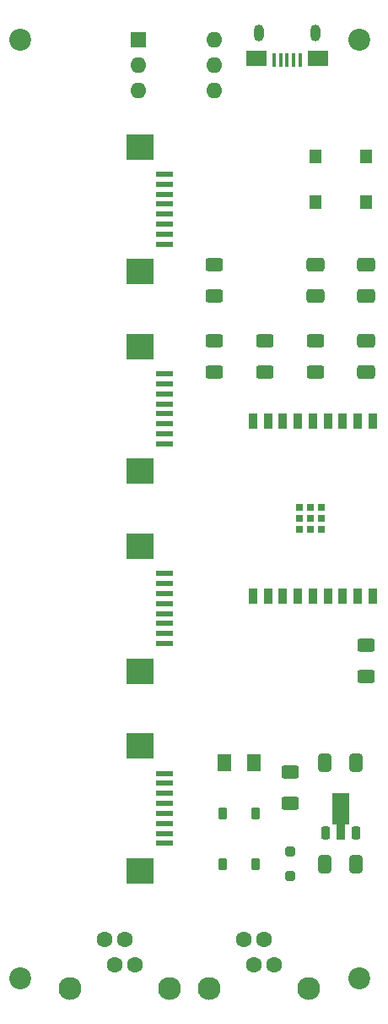
<source format=gbr>
%TF.GenerationSoftware,KiCad,Pcbnew,8.0.4-8.0.4-0~ubuntu22.04.1*%
%TF.CreationDate,2024-09-22T16:22:26+03:00*%
%TF.ProjectId,PM-ESPC3,504d2d45-5350-4433-932e-6b696361645f,rev?*%
%TF.SameCoordinates,Original*%
%TF.FileFunction,Soldermask,Top*%
%TF.FilePolarity,Negative*%
%FSLAX46Y46*%
G04 Gerber Fmt 4.6, Leading zero omitted, Abs format (unit mm)*
G04 Created by KiCad (PCBNEW 8.0.4-8.0.4-0~ubuntu22.04.1) date 2024-09-22 16:22:26*
%MOMM*%
%LPD*%
G01*
G04 APERTURE LIST*
G04 Aperture macros list*
%AMRoundRect*
0 Rectangle with rounded corners*
0 $1 Rounding radius*
0 $2 $3 $4 $5 $6 $7 $8 $9 X,Y pos of 4 corners*
0 Add a 4 corners polygon primitive as box body*
4,1,4,$2,$3,$4,$5,$6,$7,$8,$9,$2,$3,0*
0 Add four circle primitives for the rounded corners*
1,1,$1+$1,$2,$3*
1,1,$1+$1,$4,$5*
1,1,$1+$1,$6,$7*
1,1,$1+$1,$8,$9*
0 Add four rect primitives between the rounded corners*
20,1,$1+$1,$2,$3,$4,$5,0*
20,1,$1+$1,$4,$5,$6,$7,0*
20,1,$1+$1,$6,$7,$8,$9,0*
20,1,$1+$1,$8,$9,$2,$3,0*%
%AMFreePoly0*
4,1,9,3.862500,-0.866500,0.737500,-0.866500,0.737500,-0.450000,-0.737500,-0.450000,-0.737500,0.450000,0.737500,0.450000,0.737500,0.866500,3.862500,0.866500,3.862500,-0.866500,3.862500,-0.866500,$1*%
G04 Aperture macros list end*
%ADD10R,1.244600X1.346200*%
%ADD11R,0.889000X1.498600*%
%ADD12R,0.711200X0.711200*%
%ADD13C,2.300000*%
%ADD14C,1.600000*%
%ADD15RoundRect,0.225000X0.225000X-0.425000X0.225000X0.425000X-0.225000X0.425000X-0.225000X-0.425000X0*%
%ADD16FreePoly0,90.000000*%
%ADD17R,0.406400X1.350000*%
%ADD18R,2.108200X1.600200*%
%ADD19O,1.000000X1.700000*%
%ADD20RoundRect,0.250000X0.412500X0.650000X-0.412500X0.650000X-0.412500X-0.650000X0.412500X-0.650000X0*%
%ADD21R,1.600000X1.600000*%
%ADD22O,1.600000X1.600000*%
%ADD23C,2.200000*%
%ADD24RoundRect,0.250000X0.250000X-0.250000X0.250000X0.250000X-0.250000X0.250000X-0.250000X-0.250000X0*%
%ADD25RoundRect,0.250000X0.625000X-0.400000X0.625000X0.400000X-0.625000X0.400000X-0.625000X-0.400000X0*%
%ADD26RoundRect,0.250000X0.650000X-0.412500X0.650000X0.412500X-0.650000X0.412500X-0.650000X-0.412500X0*%
%ADD27R,2.800000X2.500000*%
%ADD28R,1.700000X0.600000*%
%ADD29RoundRect,0.250001X-0.462499X-0.624999X0.462499X-0.624999X0.462499X0.624999X-0.462499X0.624999X0*%
%ADD30RoundRect,0.250000X-0.625000X0.400000X-0.625000X-0.400000X0.625000X-0.400000X0.625000X0.400000X0*%
%ADD31RoundRect,0.225000X0.225000X0.375000X-0.225000X0.375000X-0.225000X-0.375000X0.225000X-0.375000X0*%
G04 APERTURE END LIST*
D10*
%TO.C,SW2*%
X12700000Y35306000D03*
X12700000Y30734000D03*
%TD*%
D11*
%TO.C,U1*%
X13369998Y8750000D03*
X11869999Y8750000D03*
X10369999Y8750000D03*
X8870000Y8750000D03*
X7370000Y8750000D03*
X5870000Y8750000D03*
X4369998Y8750000D03*
X2869999Y8750000D03*
X1369999Y8750000D03*
X1370002Y-8750000D03*
X2870001Y-8750000D03*
X4370001Y-8750000D03*
X5870000Y-8750000D03*
X7370000Y-8750000D03*
X8870000Y-8750000D03*
X10370002Y-8750000D03*
X11870001Y-8750000D03*
X13370001Y-8750000D03*
D12*
X8270000Y140000D03*
X7170000Y140000D03*
X6070000Y140000D03*
X8270000Y-960000D03*
X7170000Y-960000D03*
X6070000Y-960000D03*
X8270000Y-2060000D03*
X7170000Y-2060000D03*
X6070000Y-2060000D03*
%TD*%
D13*
%TO.C,J3*%
X7000000Y-48000000D03*
X-3000000Y-48000000D03*
D14*
X3530000Y-45700000D03*
X2510000Y-43160000D03*
X1490000Y-45700000D03*
X470000Y-43160000D03*
%TD*%
D15*
%TO.C,U2*%
X8660000Y-32430000D03*
D16*
X10160000Y-32342500D03*
D15*
X11660000Y-32430000D03*
%TD*%
D17*
%TO.C,J1*%
X6095000Y44949892D03*
X5445014Y44949892D03*
X4795028Y44949892D03*
X4145042Y44949892D03*
D18*
X7895027Y45075000D03*
D19*
X7620029Y47625008D03*
D17*
X3495056Y44949892D03*
D19*
X1970027Y47625008D03*
D18*
X1695029Y45075000D03*
%TD*%
D20*
%TO.C,C4*%
X11722500Y-35560000D03*
X8597500Y-35560000D03*
%TD*%
D21*
%TO.C,SW3*%
X-10160000Y46990000D03*
D22*
X-10160000Y44450000D03*
X-10160000Y41910000D03*
X-2540000Y41910000D03*
X-2540000Y44450000D03*
X-2540000Y46990000D03*
%TD*%
D23*
%TO.C,H2*%
X-22000000Y-47000000D03*
%TD*%
%TO.C,H4*%
X-22000000Y47000000D03*
%TD*%
D24*
%TO.C,D3*%
X5080000Y-36810000D03*
X5080000Y-34310000D03*
%TD*%
D25*
%TO.C,R4*%
X-2540000Y21310000D03*
X-2540000Y24410000D03*
%TD*%
D13*
%TO.C,J4*%
X-7000000Y-48000000D03*
X-17000000Y-48000000D03*
D14*
X-10470000Y-45700000D03*
X-11490000Y-43160000D03*
X-12510000Y-45700000D03*
X-13530000Y-43160000D03*
%TD*%
D26*
%TO.C,C3*%
X12700000Y21297500D03*
X12700000Y24422500D03*
%TD*%
D27*
%TO.C,J2*%
X-9975000Y-3750000D03*
X-9975000Y-16250000D03*
D28*
X-7525000Y-6500000D03*
X-7525000Y-7500000D03*
X-7525000Y-8500000D03*
X-7525000Y-9500000D03*
X-7525000Y-10500000D03*
X-7525000Y-11500000D03*
X-7525000Y-12500000D03*
X-7525000Y-13500000D03*
%TD*%
D26*
%TO.C,C1*%
X7620000Y21297500D03*
X7620000Y24422500D03*
%TD*%
D27*
%TO.C,J6*%
X-9975000Y16250000D03*
X-9975000Y3750000D03*
D28*
X-7525000Y13500000D03*
X-7525000Y12500000D03*
X-7525000Y11500000D03*
X-7525000Y10500000D03*
X-7525000Y9500000D03*
X-7525000Y8500000D03*
X-7525000Y7500000D03*
X-7525000Y6500000D03*
%TD*%
D23*
%TO.C,H1*%
X12000000Y-47000000D03*
%TD*%
D29*
%TO.C,D4*%
X-1487500Y-25400000D03*
X1487500Y-25400000D03*
%TD*%
D30*
%TO.C,R5*%
X5080000Y-26390000D03*
X5080000Y-29490000D03*
%TD*%
D31*
%TO.C,D1*%
X1650000Y-30500000D03*
X-1650000Y-30500000D03*
%TD*%
D30*
%TO.C,R2*%
X2540000Y16790000D03*
X2540000Y13690000D03*
%TD*%
D25*
%TO.C,R3*%
X-2540000Y13690000D03*
X-2540000Y16790000D03*
%TD*%
D31*
%TO.C,D2*%
X1650000Y-35580000D03*
X-1650000Y-35580000D03*
%TD*%
D23*
%TO.C,H3*%
X12000000Y47000000D03*
%TD*%
D10*
%TO.C,SW1*%
X7620000Y35306000D03*
X7620000Y30734000D03*
%TD*%
D27*
%TO.C,J5*%
X-9975000Y36250000D03*
X-9975000Y23750000D03*
D28*
X-7525000Y33500000D03*
X-7525000Y32500000D03*
X-7525000Y31500000D03*
X-7525000Y30500000D03*
X-7525000Y29500000D03*
X-7525000Y28500000D03*
X-7525000Y27500000D03*
X-7525000Y26500000D03*
%TD*%
D25*
%TO.C,R1*%
X7620000Y13690000D03*
X7620000Y16790000D03*
%TD*%
D27*
%TO.C,J7*%
X-9975000Y-23750000D03*
X-9975000Y-36250000D03*
D28*
X-7525000Y-26500000D03*
X-7525000Y-27500000D03*
X-7525000Y-28500000D03*
X-7525000Y-29500000D03*
X-7525000Y-30500000D03*
X-7525000Y-31500000D03*
X-7525000Y-32500000D03*
X-7525000Y-33500000D03*
%TD*%
D26*
%TO.C,C2*%
X12700000Y13677500D03*
X12700000Y16802500D03*
%TD*%
D20*
%TO.C,C5*%
X11702500Y-25400000D03*
X8577500Y-25400000D03*
%TD*%
D25*
%TO.C,R8*%
X12700000Y-16790000D03*
X12700000Y-13690000D03*
%TD*%
M02*

</source>
